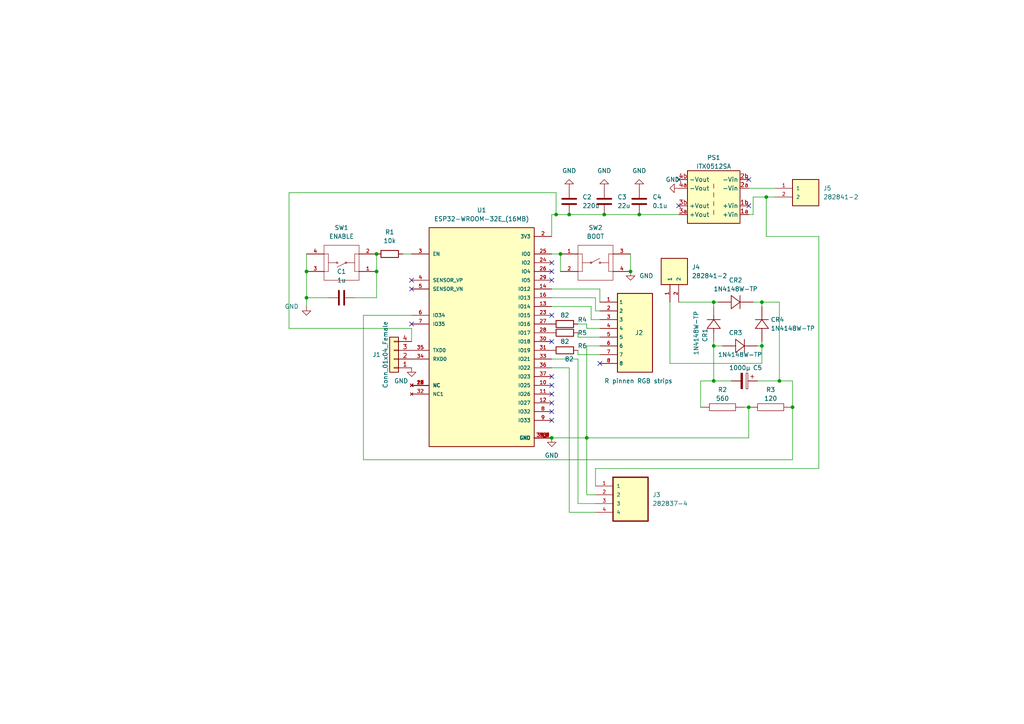
<source format=kicad_sch>
(kicad_sch (version 20211123) (generator eeschema)
  (paper "A4")
  (lib_symbols
    (symbol "1825910-6:1825910-6" (pin_names (offset 1.016) hide)
      (property "Reference" "SW" (at -5.08 5.842 0))
      (property "Value" "1825910-6" (at -5.08 -7.62 0))
      (symbol "1825910-6_0_0"
        (circle (center -1.27 0) (radius 0.254) (stroke (width 0.127)))
        (polyline (pts (xy -5.08 -5.08) (xy 5.08 -5.08)) (stroke (width 0.127)))
        (polyline (pts (xy -5.08 -2.54) (xy -5.08 -5.08)) (stroke (width 0.127)))
        (polyline (pts (xy -5.08 2.54) (xy -5.08 -2.54)) (stroke (width 0.127)))
        (polyline (pts (xy -5.08 2.54) (xy -3.81 2.54)) (stroke (width 0.127)))
        (polyline (pts (xy -5.08 5.08) (xy -5.08 2.54)) (stroke (width 0.127)))
        (polyline (pts (xy -5.08 5.08) (xy 5.08 5.08)) (stroke (width 0.127)))
        (polyline (pts (xy -3.81 -2.54) (xy -5.08 -2.54)) (stroke (width 0.127)))
        (polyline (pts (xy -3.81 0) (xy -3.81 -2.54)) (stroke (width 0.127)))
        (polyline (pts (xy -3.81 0) (xy -1.27 0)) (stroke (width 0.127)))
        (polyline (pts (xy -3.81 2.54) (xy -3.81 0)) (stroke (width 0.127)))
        (polyline (pts (xy -1.27 0) (xy 1.27 1.27)) (stroke (width 0.127)))
        (polyline (pts (xy 1.27 0) (xy 3.81 0)) (stroke (width 0.127)))
        (polyline (pts (xy 3.81 -2.54) (xy 5.08 -2.54)) (stroke (width 0.127)))
        (polyline (pts (xy 3.81 0) (xy 3.81 -2.54)) (stroke (width 0.127)))
        (polyline (pts (xy 3.81 0) (xy 3.81 2.54)) (stroke (width 0.127)))
        (polyline (pts (xy 3.81 2.54) (xy 5.08 2.54)) (stroke (width 0.127)))
        (polyline (pts (xy 5.08 -2.54) (xy 5.08 -5.08)) (stroke (width 0.127)))
        (polyline (pts (xy 5.08 2.54) (xy 5.08 -2.54)) (stroke (width 0.127)))
        (polyline (pts (xy 5.08 5.08) (xy 5.08 2.54)) (stroke (width 0.127)))
        (circle (center 1.27 0) (radius 0.254) (stroke (width 0.127)))
        (pin passive line (at -10.16 2.54 0) (length 5.08) (name "~") (number "1"))
        (pin passive line (at -10.16 -2.54 0) (length 5.08) (name "~") (number "2"))
        (pin passive line (at 10.16 2.54 180) (length 5.08) (name "~") (number "3"))
        (pin passive line (at 10.16 -2.54 180) (length 5.08) (name "~") (number "4"))
      )
    )
    (symbol "1N4148W-TP:1N4148W-TP" (pin_numbers hide) (pin_names (offset 1.016) hide)
      (property "Reference" "CR" (at -2.8194 2.6924 0))
      (property "Value" "1N4148W-TP" (at -3.8862 -5.5372 0))
      (symbol "1N4148W-TP_0_0"
        (polyline (pts (xy 2.54 0) (xy 3.81 0)) (stroke (width 0.2032)))
        (polyline (pts (xy 3.81 -1.905) (xy 6.35 0)) (stroke (width 0.2032)))
        (polyline (pts (xy 3.81 0) (xy 3.81 -1.905)) (stroke (width 0.2032)))
        (polyline (pts (xy 3.81 1.905) (xy 3.81 0)) (stroke (width 0.2032)))
        (polyline (pts (xy 6.35 -1.905) (xy 6.35 0)) (stroke (width 0.2032)))
        (polyline (pts (xy 6.35 0) (xy 3.81 1.905)) (stroke (width 0.2032)))
        (polyline (pts (xy 6.35 0) (xy 6.35 1.905)) (stroke (width 0.2032)))
        (polyline (pts (xy 6.35 0) (xy 7.62 0)) (stroke (width 0.2032)))
        (pin passive line (at 10.16 0 180) (length 2.54) (name "~") (number "1"))
        (pin passive line (at 0 0 0) (length 2.54) (name "~") (number "2"))
      )
    )
    (symbol "282837-4:282837-4" (pin_names (offset 1.016))
      (property "Reference" "J" (at 0 12.7 0))
      (property "Value" "282837-4" (at 0 -10.16 0))
      (symbol "282837-4_0_0"
        (rectangle (start -5.08 -5.08) (end 5.08 7.62) (stroke (width 0.4064)) (fill (type background)))
        (pin passive line (at -10.16 5.08 0) (length 5.08) (name "1") (number "1"))
        (pin passive line (at -10.16 2.54 0) (length 5.08) (name "2") (number "2"))
        (pin passive line (at -10.16 0 0) (length 5.08) (name "3") (number "3"))
        (pin passive line (at -10.16 -2.54 0) (length 5.08) (name "4") (number "4"))
      )
    )
    (symbol "282841-2:282841-2" (pin_names (offset 1.016))
      (property "Reference" "J" (at 0 10.16 0))
      (property "Value" "282841-2" (at 0 -7.62 0))
      (symbol "282841-2_0_0"
        (rectangle (start -5.08 -2.54) (end 2.54 5.08) (stroke (width 0.254)) (fill (type background)))
        (pin passive line (at -10.16 2.54 0) (length 5.08) (name "1") (number "1"))
        (pin passive line (at -10.16 0 0) (length 5.08) (name "2") (number "2"))
      )
    )
    (symbol "282841-5:8_pin_connector"
      (property "Reference" "U" (at -5.08 12.7 0))
      (property "Value" "8_pin_connector" (at 0 -13.97 0))
      (symbol "8_pin_connector_0_0"
        (pin passive line (at -10.16 8.89 0) (length 5.08) (name "1") (number "1"))
        (pin passive line (at -10.16 6.35 0) (length 5.08) (name "2") (number "2"))
        (pin passive line (at -10.16 3.81 0) (length 5.08) (name "3") (number "3"))
        (pin passive line (at -10.16 1.27 0) (length 5.08) (name "4") (number "4"))
        (pin passive line (at -10.16 -1.27 0) (length 5.08) (name "5") (number "5"))
        (pin passive line (at -10.16 -3.81 0) (length 5.08) (name "6") (number "6"))
        (pin passive line (at -10.16 -6.35 0) (length 5.08) (name "7") (number "7"))
        (pin passive line (at -10.16 -8.89 0) (length 5.08) (name "8") (number "8"))
      )
      (symbol "8_pin_connector_0_1"
        (rectangle (start -5.08 11.43) (end 5.08 -11.43))
        (rectangle (start -5.08 11.43) (end 5.08 -11.43) (fill (type background)))
        (polyline (pts (xy -5.08 11.43) (xy -5.08 -11.43) (xy 5.08 -11.43) (xy 5.08 11.43) (xy -5.08 11.43)) (stroke (width 0.254)))
      )
    )
    (symbol "Connector_Generic:Conn_01x04" (pin_names (offset 1.016) hide)
      (property "Reference" "J" (at 0 5.08 0))
      (property "Value" "Conn_01x04" (at 0 -7.62 0))
      (symbol "Conn_01x04_1_1"
        (rectangle (start -1.27 -4.953) (end 0 -5.207) (stroke (width 0.1524)))
        (rectangle (start -1.27 -2.413) (end 0 -2.667) (stroke (width 0.1524)))
        (rectangle (start -1.27 0.127) (end 0 -0.127) (stroke (width 0.1524)))
        (rectangle (start -1.27 2.667) (end 0 2.413) (stroke (width 0.1524)))
        (rectangle (start -1.27 3.81) (end 1.27 -6.35) (stroke (width 0.254)) (fill (type background)))
        (pin passive line (at -5.08 2.54 0) (length 3.81) (name "Pin_1") (number "1"))
        (pin passive line (at -5.08 0 0) (length 3.81) (name "Pin_2") (number "2"))
        (pin passive line (at -5.08 -2.54 0) (length 3.81) (name "Pin_3") (number "3"))
        (pin passive line (at -5.08 -5.08 0) (length 3.81) (name "Pin_4") (number "4"))
      )
    )
    (symbol "Converter_DCDC:ITX0512SA"
      (property "Reference" "PS1" (at 0 -11.43 0))
      (property "Value" "ITX0512SA" (at 0 -8.89 0))
      (symbol "ITX0512SA_0_0"
        (pin power_in line (at -10.16 5.08 0) (length 2.54) (name "+Vin") (number "1a"))
        (pin power_in line (at -10.16 2.54 0) (length 2.54) (name "+Vin") (number "1b"))
        (pin power_in line (at -10.16 -2.54 0) (length 2.54) (name "-Vin") (number "2a"))
        (pin power_in line (at -10.16 -5.08 0) (length 2.54) (name "-Vin") (number "2b"))
        (pin power_out line (at 10.16 5.08 180) (length 2.54) (name "+Vout") (number "3a"))
        (pin power_out line (at 10.16 2.54 180) (length 2.54) (name "+Vout") (number "3b"))
        (pin power_out line (at 10.16 -2.54 180) (length 2.54) (name "-Vout") (number "4a"))
        (pin power_out line (at 10.16 -5.08 180) (length 2.54) (name "-Vout") (number "4b"))
      )
      (symbol "ITX0512SA_0_1"
        (rectangle (start -7.62 7.62) (end 7.62 -7.62) (stroke (width 0.254)) (fill (type background)))
        (polyline (pts (xy 0 -2.54) (xy 0 -3.81)))
        (polyline (pts (xy 0 0) (xy 0 -1.27)))
        (polyline (pts (xy 0 2.54) (xy 0 1.27)))
        (polyline (pts (xy 0 5.08) (xy 0 3.81)))
      )
    )
    (symbol "Device:C" (pin_numbers hide) (pin_names (offset 0.254))
      (property "Reference" "C" (at 0.635 2.54 0))
      (property "Value" "C" (at 0.635 -2.54 0))
      (symbol "C_0_1"
        (polyline (pts (xy -2.032 -0.762) (xy 2.032 -0.762)) (stroke (width 0.508)))
        (polyline (pts (xy -2.032 0.762) (xy 2.032 0.762)) (stroke (width 0.508)))
      )
      (symbol "C_1_1"
        (pin passive line (at 0 3.81 270) (length 2.794) (name "~") (number "1"))
        (pin passive line (at 0 -3.81 90) (length 2.794) (name "~") (number "2"))
      )
    )
    (symbol "Device:C_Polarized" (pin_numbers hide) (pin_names (offset 0.254))
      (property "Reference" "C" (at 0.635 2.54 0))
      (property "Value" "C_Polarized" (at 0.635 -2.54 0))
      (symbol "C_Polarized_0_1"
        (rectangle (start -2.286 0.508) (end 2.286 1.016))
        (polyline (pts (xy -1.778 2.286) (xy -0.762 2.286)))
        (polyline (pts (xy -1.27 2.794) (xy -1.27 1.778)))
        (rectangle (start 2.286 -0.508) (end -2.286 -1.016) (fill (type outline)))
      )
      (symbol "C_Polarized_1_1"
        (pin passive line (at 0 3.81 270) (length 2.794) (name "~") (number "1"))
        (pin passive line (at 0 -3.81 90) (length 2.794) (name "~") (number "2"))
      )
    )
    (symbol "Device:R" (pin_numbers hide) (pin_names (offset 0))
      (property "Reference" "R" (at 2.032 0 90))
      (property "Value" "R" (at 0 0 90))
      (symbol "R_0_1"
        (rectangle (start -1.016 -2.54) (end 1.016 2.54) (stroke (width 0.254)))
      )
      (symbol "R_1_1"
        (pin passive line (at 0 3.81 270) (length 1.27) (name "~") (number "1"))
        (pin passive line (at 0 -3.81 90) (length 1.27) (name "~") (number "2"))
      )
    )
    (symbol "ESP32-WROOM-32E__16MB_:ESP32-WROOM-32E_(16MB)" (pin_names (offset 1.016))
      (property "Reference" "U" (at -15.24 33.909 0))
      (property "Value" "ESP32-WROOM-32E_(16MB)" (at -15.24 -33.02 0))
      (symbol "ESP32-WROOM-32E_(16MB)_0_0"
        (rectangle (start -15.24 -30.48) (end 15.24 33.02) (stroke (width 0.254)) (fill (type background)))
        (pin power_in line (at 20.32 -27.94 180) (length 5.08) (name "GND") (number "1"))
        (pin bidirectional line (at 20.32 -12.7 180) (length 5.08) (name "IO25") (number "10"))
        (pin bidirectional line (at 20.32 -15.24 180) (length 5.08) (name "IO26") (number "11"))
        (pin bidirectional line (at 20.32 -17.78 180) (length 5.08) (name "IO27") (number "12"))
        (pin bidirectional line (at 20.32 10.16 180) (length 5.08) (name "IO14") (number "13"))
        (pin bidirectional line (at 20.32 15.24 180) (length 5.08) (name "IO12") (number "14"))
        (pin power_in line (at 20.32 -27.94 180) (length 5.08) (name "GND") (number "15"))
        (pin bidirectional line (at 20.32 12.7 180) (length 5.08) (name "IO13") (number "16"))
        (pin no_connect line (at -20.32 -12.7 0) (length 5.08) (name "NC") (number "17"))
        (pin no_connect line (at -20.32 -12.7 0) (length 5.08) (name "NC") (number "18"))
        (pin no_connect line (at -20.32 -12.7 0) (length 5.08) (name "NC") (number "19"))
        (pin power_in line (at 20.32 30.48 180) (length 5.08) (name "3V3") (number "2"))
        (pin no_connect line (at -20.32 -12.7 0) (length 5.08) (name "NC") (number "20"))
        (pin no_connect line (at -20.32 -12.7 0) (length 5.08) (name "NC") (number "21"))
        (pin no_connect line (at -20.32 -12.7 0) (length 5.08) (name "NC") (number "22"))
        (pin bidirectional line (at 20.32 7.62 180) (length 5.08) (name "IO15") (number "23"))
        (pin bidirectional line (at 20.32 22.86 180) (length 5.08) (name "IO2") (number "24"))
        (pin bidirectional line (at 20.32 25.4 180) (length 5.08) (name "IO0") (number "25"))
        (pin bidirectional line (at 20.32 20.32 180) (length 5.08) (name "IO4") (number "26"))
        (pin bidirectional line (at 20.32 5.08 180) (length 5.08) (name "IO16") (number "27"))
        (pin bidirectional line (at 20.32 2.54 180) (length 5.08) (name "IO17") (number "28"))
        (pin bidirectional line (at 20.32 17.78 180) (length 5.08) (name "IO5") (number "29"))
        (pin input line (at -20.32 25.4 0) (length 5.08) (name "EN") (number "3"))
        (pin bidirectional line (at 20.32 0 180) (length 5.08) (name "IO18") (number "30"))
        (pin bidirectional line (at 20.32 -2.54 180) (length 5.08) (name "IO19") (number "31"))
        (pin no_connect line (at -20.32 -15.24 0) (length 5.08) (name "NC1") (number "32"))
        (pin bidirectional line (at 20.32 -5.08 180) (length 5.08) (name "IO21") (number "33"))
        (pin bidirectional line (at -20.32 -5.08 0) (length 5.08) (name "RXD0") (number "34"))
        (pin bidirectional line (at -20.32 -2.54 0) (length 5.08) (name "TXD0") (number "35"))
        (pin bidirectional line (at 20.32 -7.62 180) (length 5.08) (name "IO22") (number "36"))
        (pin bidirectional line (at 20.32 -10.16 180) (length 5.08) (name "IO23") (number "37"))
        (pin power_in line (at 20.32 -27.94 180) (length 5.08) (name "GND") (number "38"))
        (pin power_in line (at 20.32 -27.94 180) (length 5.08) (name "GND") (number "39_1"))
        (pin power_in line (at 20.32 -27.94 180) (length 5.08) (name "GND") (number "39_2"))
        (pin power_in line (at 20.32 -27.94 180) (length 5.08) (name "GND") (number "39_3"))
        (pin power_in line (at 20.32 -27.94 180) (length 5.08) (name "GND") (number "39_4"))
        (pin power_in line (at 20.32 -27.94 180) (length 5.08) (name "GND") (number "39_5"))
        (pin power_in line (at 20.32 -27.94 180) (length 5.08) (name "GND") (number "39_6"))
        (pin power_in line (at 20.32 -27.94 180) (length 5.08) (name "GND") (number "39_7"))
        (pin power_in line (at 20.32 -27.94 180) (length 5.08) (name "GND") (number "39_8"))
        (pin power_in line (at 20.32 -27.94 180) (length 5.08) (name "GND") (number "39_9"))
        (pin input line (at -20.32 17.78 0) (length 5.08) (name "SENSOR_VP") (number "4"))
        (pin input line (at -20.32 15.24 0) (length 5.08) (name "SENSOR_VN") (number "5"))
        (pin input line (at -20.32 7.62 0) (length 5.08) (name "IO34") (number "6"))
        (pin input line (at -20.32 5.08 0) (length 5.08) (name "IO35") (number "7"))
        (pin bidirectional line (at 20.32 -20.32 180) (length 5.08) (name "IO32") (number "8"))
        (pin bidirectional line (at 20.32 -22.86 180) (length 5.08) (name "IO33") (number "9"))
      )
    )
    (symbol "power:GND" (power) (pin_names (offset 0))
      (property "Value" "GND" (at 0 -3.81 0))
      (symbol "GND_0_1"
        (polyline (pts (xy 0 0) (xy 0 -1.27) (xy 1.27 -1.27) (xy 0 -2.54) (xy -1.27 -1.27) (xy 0 -1.27)))
      )
      (symbol "GND_1_1"
        (pin power_in line (at 0 0 270) (length 0) hide (name "GND") (number "1"))
      )
    )
    (symbol "pspice:R" (pin_numbers hide) (pin_names (offset 0))
      (property "Reference" "R" (at 2.032 0 90))
      (property "Value" "R" (at 0 0 90))
      (symbol "R_0_1"
        (rectangle (start -1.016 3.81) (end 1.016 -3.81))
      )
      (symbol "R_1_1"
        (pin passive line (at 0 6.35 270) (length 2.54) (name "~") (number "1"))
        (pin passive line (at 0 -6.35 90) (length 2.54) (name "~") (number "2"))
      )
    )
  )
  (junction (at 220.98 87.63))
  (junction (at 220.98 100.33))
  (junction (at 160.02 127))
  (junction (at 88.9 86.36))
  (junction (at 109.22 73.66))
  (junction (at 217.17 118.11))
  (junction (at 109.22 78.74))
  (junction (at 162.56 73.66))
  (junction (at 182.88 78.74))
  (junction (at 88.9 78.74))
  (junction (at 229.87 118.11))
  (junction (at 222.25 57.15))
  (junction (at 207.01 110.49))
  (junction (at 207.01 100.33))
  (junction (at 207.01 87.63))
  (junction (at 165.1 62.23))
  (junction (at 185.42 62.23))
  (junction (at 226.06 110.49))
  (junction (at 161.29 62.23))
  (junction (at 170.18 127))
  (junction (at 175.26 62.23))
  (no_connect (at 119.38 93.98))
  (no_connect (at 160.02 121.92))
  (no_connect (at 160.02 91.44))
  (no_connect (at 160.02 109.22))
  (no_connect (at 217.17 59.69))
  (no_connect (at 119.38 83.82))
  (no_connect (at 119.38 81.28))
  (no_connect (at 160.02 99.06))
  (no_connect (at 196.85 52.07))
  (no_connect (at 160.02 114.3))
  (no_connect (at 160.02 111.76))
  (no_connect (at 217.17 52.07))
  (no_connect (at 160.02 78.74))
  (no_connect (at 196.85 59.69))
  (no_connect (at 160.02 81.28))
  (no_connect (at 173.99 105.41))
  (no_connect (at 160.02 116.84))
  (no_connect (at 160.02 119.38))
  (no_connect (at 160.02 76.2))
  (wire (pts (xy 207.01 99.06) (xy 207.01 100.33)))
  (wire (pts (xy 167.64 146.05) (xy 167.64 104.14)))
  (wire (pts (xy 173.99 83.82) (xy 173.99 87.63)))
  (wire (pts (xy 161.29 55.88) (xy 161.29 62.23)))
  (wire (pts (xy 220.98 87.63) (xy 220.98 88.9)))
  (wire (pts (xy 207.01 100.33) (xy 207.01 110.49)))
  (wire (pts (xy 102.87 86.36) (xy 109.22 86.36)))
  (wire (pts (xy 165.1 148.59) (xy 172.72 148.59)))
  (wire (pts (xy 160.02 62.23) (xy 161.29 62.23)))
  (wire (pts (xy 172.72 90.17) (xy 173.99 90.17)))
  (wire (pts (xy 229.87 118.11) (xy 229.87 110.49)))
  (wire (pts (xy 160.02 83.82) (xy 173.99 83.82)))
  (wire (pts (xy 165.1 62.23) (xy 175.26 62.23)))
  (wire (pts (xy 217.17 54.61) (xy 224.79 54.61)))
  (wire (pts (xy 219.71 100.33) (xy 220.98 100.33)))
  (wire (pts (xy 170.18 95.25) (xy 173.99 95.25)))
  (wire (pts (xy 229.87 110.49) (xy 226.06 110.49)))
  (wire (pts (xy 167.64 97.79) (xy 173.99 97.79)))
  (wire (pts (xy 161.29 62.23) (xy 165.1 62.23)))
  (wire (pts (xy 217.17 118.11) (xy 217.17 127)))
  (wire (pts (xy 167.64 104.14) (xy 160.02 104.14)))
  (wire (pts (xy 119.38 99.06) (xy 119.38 95.25)))
  (wire (pts (xy 218.44 87.63) (xy 220.98 87.63)))
  (wire (pts (xy 219.71 110.49) (xy 226.06 110.49)))
  (wire (pts (xy 170.18 143.51) (xy 172.72 143.51)))
  (wire (pts (xy 170.18 127) (xy 217.17 127)))
  (wire (pts (xy 88.9 86.36) (xy 88.9 88.9)))
  (wire (pts (xy 217.17 62.23) (xy 218.44 62.23)))
  (wire (pts (xy 88.9 78.74) (xy 88.9 73.66)))
  (wire (pts (xy 172.72 140.97) (xy 172.72 135.89)))
  (wire (pts (xy 83.82 95.25) (xy 83.82 55.88)))
  (wire (pts (xy 196.85 62.23) (xy 185.42 62.23)))
  (wire (pts (xy 160.02 88.9) (xy 171.45 88.9)))
  (wire (pts (xy 167.64 93.98) (xy 170.18 93.98)))
  (wire (pts (xy 207.01 110.49) (xy 212.09 110.49)))
  (wire (pts (xy 160.02 62.23) (xy 160.02 68.58)))
  (wire (pts (xy 171.45 92.71) (xy 173.99 92.71)))
  (wire (pts (xy 167.64 101.6) (xy 167.64 102.87)))
  (wire (pts (xy 175.26 62.23) (xy 185.42 62.23)))
  (wire (pts (xy 160.02 106.68) (xy 165.1 106.68)))
  (wire (pts (xy 172.72 86.36) (xy 172.72 90.17)))
  (wire (pts (xy 218.44 62.23) (xy 218.44 57.15)))
  (wire (pts (xy 229.87 118.11) (xy 229.87 133.35)))
  (wire (pts (xy 171.45 88.9) (xy 171.45 92.71)))
  (wire (pts (xy 88.9 78.74) (xy 88.9 86.36)))
  (wire (pts (xy 109.22 86.36) (xy 109.22 78.74)))
  (wire (pts (xy 220.98 100.33) (xy 220.98 105.41)))
  (wire (pts (xy 160.02 86.36) (xy 172.72 86.36)))
  (wire (pts (xy 170.18 100.33) (xy 170.18 127)))
  (wire (pts (xy 83.82 55.88) (xy 161.29 55.88)))
  (wire (pts (xy 208.28 87.63) (xy 207.01 87.63)))
  (wire (pts (xy 88.9 86.36) (xy 95.25 86.36)))
  (wire (pts (xy 220.98 99.06) (xy 220.98 100.33)))
  (wire (pts (xy 207.01 87.63) (xy 207.01 88.9)))
  (wire (pts (xy 172.72 135.89) (xy 237.49 135.89)))
  (wire (pts (xy 220.98 87.63) (xy 226.06 87.63)))
  (wire (pts (xy 203.2 110.49) (xy 207.01 110.49)))
  (wire (pts (xy 173.99 100.33) (xy 170.18 100.33)))
  (wire (pts (xy 207.01 100.33) (xy 209.55 100.33)))
  (wire (pts (xy 105.41 133.35) (xy 229.87 133.35)))
  (wire (pts (xy 172.72 146.05) (xy 167.64 146.05)))
  (wire (pts (xy 105.41 133.35) (xy 105.41 91.44)))
  (wire (pts (xy 194.31 87.63) (xy 194.31 105.41)))
  (wire (pts (xy 162.56 73.66) (xy 160.02 73.66)))
  (wire (pts (xy 222.25 68.58) (xy 222.25 57.15)))
  (wire (pts (xy 109.22 78.74) (xy 109.22 73.66)))
  (wire (pts (xy 119.38 95.25) (xy 83.82 95.25)))
  (wire (pts (xy 218.44 57.15) (xy 222.25 57.15)))
  (wire (pts (xy 226.06 87.63) (xy 226.06 110.49)))
  (wire (pts (xy 203.2 118.11) (xy 203.2 110.49)))
  (wire (pts (xy 194.31 105.41) (xy 220.98 105.41)))
  (wire (pts (xy 222.25 57.15) (xy 224.79 57.15)))
  (wire (pts (xy 215.9 118.11) (xy 217.17 118.11)))
  (wire (pts (xy 116.84 73.66) (xy 119.38 73.66)))
  (wire (pts (xy 162.56 73.66) (xy 162.56 78.74)))
  (wire (pts (xy 196.85 87.63) (xy 207.01 87.63)))
  (wire (pts (xy 160.02 127) (xy 170.18 127)))
  (wire (pts (xy 182.88 73.66) (xy 182.88 78.74)))
  (wire (pts (xy 105.41 91.44) (xy 119.38 91.44)))
  (wire (pts (xy 167.64 96.52) (xy 167.64 97.79)))
  (wire (pts (xy 237.49 68.58) (xy 222.25 68.58)))
  (wire (pts (xy 170.18 93.98) (xy 170.18 95.25)))
  (wire (pts (xy 170.18 127) (xy 170.18 143.51)))
  (wire (pts (xy 237.49 68.58) (xy 237.49 135.89)))
  (wire (pts (xy 165.1 106.68) (xy 165.1 148.59)))
  (wire (pts (xy 167.64 102.87) (xy 173.99 102.87)))
  (symbol (lib_id "Device:R") (at 163.83 96.52 90) (unit 1)
    (property "Reference" "R5" (at 168.91 96.52 90))
    (property "Value" "82" (at 163.83 99.06 90))
    (property "Footprint" "Resistor_SMD:R_0805_2012Metric" (effects hide))
  )
  (symbol (lib_id "Connector_Generic:Conn_01x04") (at 114.3 104.14 180) (unit 1)
    (property "Reference" "J1" (at 109.22 102.87 0))
    (property "Value" "Conn_01x04_Female" (at 111.76 102.87 90))
    (property "Footprint" "Connector_PinHeader_2.54mm:PinHeader_1x04_P2.54mm_Vertical" (effects hide))
  )
  (symbol (lib_id "pspice:R") (at 209.55 118.11 90) (unit 1)
    (property "Reference" "R2" (at 209.55 113.03 90))
    (property "Value" "560" (at 209.55 115.57 90))
    (property "Footprint" "Resistor_SMD:R_0805_2012Metric" (effects hide))
  )
  (symbol (lib_id "1N4148W-TP:1N4148W-TP") (at 220.98 99.06 90) (unit 1)
    (property "Reference" "CR4" (at 223.52 92.71 90) (effects (justify right)))
    (property "Value" "1N4148W-TP" (at 223.52 95.25 90) (effects (justify right)))
    (property "Footprint" "Diode_SMD:D_0603_1608Metric" (effects hide))
    (property "MANUFACTURER_PART_NUMBER" "1N4148W-TP" (effects hide))
    (property "BUILT_BY" "EMA_Cory" (effects hide))
    (property "VENDOR" "Micro Commercial Co" (effects hide))
    (property "DATASHEET" "https://www.mccsemi.com/pdf/Products/1N4148W(SOD123).pdf" (effects hide))
    (property "COPYRIGHT" "Copyright (C) 2018 Accelerated Designs. All rights reserved" (effects hide))
  )
  (symbol (lib_id "Device:R") (at 163.83 101.6 90) (unit 1)
    (property "Reference" "R6" (at 168.91 100.33 90))
    (property "Value" "82" (at 165.1 104.14 90))
    (property "Footprint" "Resistor_SMD:R_0805_2012Metric" (effects hide))
  )
  (symbol (lib_id "1N4148W-TP:1N4148W-TP") (at 209.55 100.33 0) (unit 1)
    (property "Reference" "CR3" (at 213.36 96.52 0))
    (property "Value" "1N4148W-TP" (at 214.63 102.87 0))
    (property "Footprint" "Diode_SMD:D_0603_1608Metric" (effects hide))
    (property "MANUFACTURER_PART_NUMBER" "1N4148W-TP" (effects hide))
    (property "BUILT_BY" "EMA_Cory" (effects hide))
    (property "VENDOR" "Micro Commercial Co" (effects hide))
    (property "DATASHEET" "https://www.mccsemi.com/pdf/Products/1N4148W(SOD123).pdf" (effects hide))
    (property "COPYRIGHT" "Copyright (C) 2018 Accelerated Designs. All rights reserved" (effects hide))
  )
  (symbol (lib_id "power:GND") (at 160.02 127 0) (unit 1)
    (property "Reference" "#PWR0102" (effects hide))
    (property "Value" "GND" (at 160.02 132.08 0))
  )
  (symbol (lib_id "power:GND") (at 175.26 54.61 180) (unit 1)
    (property "Reference" "#PWR0104" (effects hide))
    (property "Value" "GND" (at 175.26 49.53 0))
  )
  (symbol (lib_id "power:GND") (at 182.88 78.74 0) (unit 1)
    (property "Reference" "#PWR0105" (effects hide))
    (property "Value" "GND" (at 185.42 80.0099 0) (effects (justify left)))
  )
  (symbol (lib_id "1N4148W-TP:1N4148W-TP") (at 207.01 99.06 90) (unit 1)
    (property "Reference" "CR1" (at 204.47 95.25 0) (effects (justify right)))
    (property "Value" "1N4148W-TP" (at 201.93 90.17 0) (effects (justify right)))
    (property "Footprint" "Diode_SMD:D_0603_1608Metric" (effects hide))
    (property "MANUFACTURER_PART_NUMBER" "1N4148W-TP" (effects hide))
    (property "BUILT_BY" "EMA_Cory" (effects hide))
    (property "VENDOR" "Micro Commercial Co" (effects hide))
    (property "DATASHEET" "https://www.mccsemi.com/pdf/Products/1N4148W(SOD123).pdf" (effects hide))
    (property "COPYRIGHT" "Copyright (C) 2018 Accelerated Designs. All rights reserved" (effects hide))
  )
  (symbol (lib_id "power:GND") (at 165.1 54.61 180) (unit 1)
    (property "Reference" "#PWR0103" (effects hide))
    (property "Value" "GND" (at 165.1 49.53 0))
  )
  (symbol (lib_id "power:GND") (at 185.42 54.61 180) (unit 1)
    (property "Reference" "#PWR0106" (effects hide))
    (property "Value" "GND" (at 185.42 49.53 0))
  )
  (symbol (lib_id "Device:C") (at 165.1 58.42 180) (unit 1)
    (property "Reference" "C2" (at 168.91 57.1499 0) (effects (justify right)))
    (property "Value" "220u" (at 168.91 59.6899 0) (effects (justify right)))
    (property "Footprint" "Capacitor_SMD:C_0805_2012Metric" (effects hide))
  )
  (symbol (lib_id "282841-2:282841-2") (at 196.85 77.47 90) (unit 1)
    (property "Reference" "J4" (at 200.66 77.4699 90) (effects (justify right)))
    (property "Value" "282841-2" (at 200.66 80.0099 90) (effects (justify right)))
    (property "Footprint" "libraries:TE_282841-2" (effects hide))
    (property "Comment" "282841-2" (effects hide))
    (property "EU_RoHS_Compliance" "Compliant with Exemptions" (effects hide))
  )
  (symbol (lib_id "282837-4:282837-4") (at 182.88 146.05 0) (unit 1)
    (property "Reference" "J3" (at 189.23 143.5099 0) (effects (justify left)))
    (property "Value" "282837-4" (at 189.23 146.0499 0) (effects (justify left)))
    (property "Footprint" "282837-4:TE_282837-4" (effects hide))
    (property "Comment" "282837-4" (effects hide))
    (property "EU_RoHS_Compliance" "Compliant with Exemptions" (effects hide))
  )
  (symbol (lib_id "1N4148W-TP:1N4148W-TP") (at 208.28 87.63 0) (unit 1)
    (property "Reference" "CR2" (at 213.36 81.28 0))
    (property "Value" "1N4148W-TP" (at 213.36 83.82 0))
    (property "Footprint" "Diode_SMD:D_0603_1608Metric" (effects hide))
    (property "MANUFACTURER_PART_NUMBER" "1N4148W-TP" (effects hide))
    (property "BUILT_BY" "EMA_Cory" (effects hide))
    (property "VENDOR" "Micro Commercial Co" (effects hide))
    (property "DATASHEET" "https://www.mccsemi.com/pdf/Products/1N4148W(SOD123).pdf" (effects hide))
    (property "COPYRIGHT" "Copyright (C) 2018 Accelerated Designs. All rights reserved" (effects hide))
  )
  (symbol (lib_id "Device:C") (at 99.06 86.36 90) (unit 1)
    (property "Reference" "C1" (at 99.06 78.74 90))
    (property "Value" "1u" (at 99.06 81.28 90))
    (property "Footprint" "Capacitor_SMD:C_0805_2012Metric" (effects hide))
  )
  (symbol (lib_id "Device:C") (at 175.26 58.42 180) (unit 1)
    (property "Reference" "C3" (at 179.07 57.1499 0) (effects (justify right)))
    (property "Value" "22u" (at 179.07 59.6899 0) (effects (justify right)))
    (property "Footprint" "Capacitor_SMD:C_0805_2012Metric" (effects hide))
  )
  (symbol (lib_id "Device:C_Polarized") (at 215.9 110.49 270) (unit 1)
    (property "Reference" "C5" (at 219.71 106.68 90))
    (property "Value" "1000µ" (at 214.63 106.68 90))
    (property "Footprint" "Capacitor_THT:CP_Axial_L26.5mm_D20.0mm_P33.00mm_Horizontal" (effects hide))
  )
  (symbol (lib_id "Device:R") (at 113.03 73.66 90) (unit 1)
    (property "Reference" "R1" (at 113.03 67.31 90))
    (property "Value" "10k" (at 113.03 69.85 90))
    (property "Footprint" "Resistor_SMD:R_0805_2012Metric" (effects hide))
  )
  (symbol (lib_id "Device:R") (at 163.83 93.98 90) (unit 1)
    (property "Reference" "R4" (at 168.91 92.71 90))
    (property "Value" "82" (at 163.83 91.44 90))
    (property "Footprint" "Resistor_SMD:R_0805_2012Metric" (effects hide))
  )
  (symbol (lib_id "power:GND") (at 88.9 88.9 0) (unit 1)
    (property "Reference" "#PWR0101" (effects hide))
    (property "Value" "GND" (at 82.55 88.9 0) (effects (justify left)))
  )
  (symbol (lib_id "Device:C") (at 185.42 58.42 180) (unit 1)
    (property "Reference" "C4" (at 189.23 57.1499 0) (effects (justify right)))
    (property "Value" "0.1u" (at 189.23 59.69 0) (effects (justify right)))
    (property "Footprint" "Capacitor_SMD:C_0805_2012Metric" (effects hide))
  )
  (symbol (lib_id "1825910-6:1825910-6") (at 99.06 76.2 180) (unit 1)
    (property "Reference" "SW1" (at 99.06 66.04 0))
    (property "Value" "ENABLE" (at 99.06 68.58 0))
    (property "Footprint" "libraries:SW_1825910-6-4" (effects hide))
    (property "Comment" "1825910-6" (effects hide))
  )
  (symbol (lib_id "1825910-6:1825910-6") (at 172.72 76.2 0) (unit 1)
    (property "Reference" "SW2" (at 172.72 66.04 0))
    (property "Value" "BOOT" (at 172.72 68.58 0))
    (property "Footprint" "libraries:SW_1825910-6-4" (effects hide))
    (property "Comment" "1825910-6" (effects hide))
  )
  (symbol (lib_id "power:GND") (at 196.85 54.61 270) (unit 1)
    (property "Reference" "#PWR03" (effects hide))
    (property "Value" "GND" (at 193.04 52.07 90) (effects (justify left)))
  )
  (symbol (lib_id "power:GND") (at 119.38 106.68 0) (unit 1)
    (property "Reference" "#PWR02" (effects hide))
    (property "Value" "GND" (at 114.3 110.49 0) (effects (justify left)))
  )
  (symbol (lib_id "282841-5:8_pin_connector") (at 184.15 96.52 0) (unit 1)
    (property "Reference" "J2" (at 184.15 96.52 0) (effects (justify left)))
    (property "Value" "R pinnen RGB strips" (at 175.26 110.49 0) (effects (justify left)))
    (property "Footprint" "libraries:TE_282841-8" (effects hide))
  )
  (symbol (lib_id "282841-2:282841-2") (at 234.95 57.15 0) (unit 1)
    (property "Reference" "J5" (at 238.76 54.6099 0) (effects (justify left)))
    (property "Value" "282841-2" (at 238.76 57.1499 0) (effects (justify left)))
    (property "Footprint" "libraries:TE_282841-2" (effects hide))
    (property "Comment" "282841-2" (effects hide))
    (property "EU_RoHS_Compliance" "Compliant with Exemptions" (effects hide))
  )
  (symbol (lib_id "ESP32-WROOM-32E__16MB_:ESP32-WROOM-32E_(16MB)") (at 139.7 99.06 0) (unit 1)
    (property "Reference" "U1" (at 139.7 60.96 0))
    (property "Value" "ESP32-WROOM-32E_(16MB)" (at 139.7 63.5 0))
    (property "Footprint" "libraries:XCVR_ESP32-WROOM-32E_(16MB)" (effects hide))
    (property "PARTREV" "1.4" (effects hide))
    (property "STANDARD" "Manufacturer Recommendations" (effects hide))
    (property "MAXIMUM_PACKAGE_HEIGHT" "3.25mm" (effects hide))
    (property "MANUFACTURER" "Espressif Systems" (effects hide))
  )
  (symbol (lib_id "pspice:R") (at 223.52 118.11 90) (unit 1)
    (property "Reference" "R3" (at 223.52 113.03 90))
    (property "Value" "120" (at 223.52 115.57 90))
    (property "Footprint" "Resistor_SMD:R_0805_2012Metric" (effects hide))
  )
  (symbol (lib_id "Converter_DCDC:ITX0512SA") (at 207.01 57.15 180) (unit 1)
    (property "Reference" "PS1" (at 207.01 45.72 0))
    (property "Value" "ITX0512SA" (at 207.01 48.26 0))
    (property "Footprint" "libraries:Buck Converter" (effects hide))
  )
)
</source>
